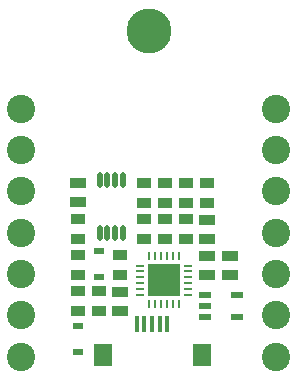
<source format=gts>
G04 Layer_Color=8388736*
%FSAX24Y24*%
%MOIN*%
G70*
G01*
G75*
%ADD10R,0.0531X0.0374*%
%ADD11R,0.0512X0.0335*%
%ADD12R,0.0327X0.0248*%
%ADD13R,0.0413X0.0236*%
%ADD14R,0.0630X0.0748*%
%ADD15R,0.0157X0.0531*%
%ADD16R,0.1055X0.1055*%
%ADD17O,0.0315X0.0079*%
%ADD18O,0.0079X0.0315*%
%ADD19O,0.0190X0.0531*%
%ADD26C,0.0945*%
%ADD28C,0.1500*%
D10*
X207500Y130935D02*
D03*
Y131565D02*
D03*
X202450Y133350D02*
D03*
Y133980D02*
D03*
X203850Y129735D02*
D03*
Y130365D02*
D03*
X206750Y130935D02*
D03*
Y131565D02*
D03*
Y132765D02*
D03*
Y132135D02*
D03*
D11*
X202450Y131585D02*
D03*
Y130915D02*
D03*
X203850Y130915D02*
D03*
Y131585D02*
D03*
X202450Y129715D02*
D03*
Y130385D02*
D03*
X206050Y132115D02*
D03*
Y132785D02*
D03*
X204650Y133985D02*
D03*
Y133315D02*
D03*
Y132115D02*
D03*
Y132785D02*
D03*
X205350Y132115D02*
D03*
Y132785D02*
D03*
Y133985D02*
D03*
Y133315D02*
D03*
X206050Y133985D02*
D03*
Y133315D02*
D03*
X206750Y133985D02*
D03*
Y133315D02*
D03*
X202450Y132785D02*
D03*
Y132115D02*
D03*
X203150Y129715D02*
D03*
Y130385D02*
D03*
D12*
Y131739D02*
D03*
Y130861D02*
D03*
X202450Y129239D02*
D03*
Y128361D02*
D03*
D13*
X206659Y130274D02*
D03*
Y129900D02*
D03*
Y129526D02*
D03*
X207741D02*
D03*
Y130274D02*
D03*
D14*
X206565Y128247D02*
D03*
X203258D02*
D03*
D15*
X205424Y129300D02*
D03*
X205168D02*
D03*
X204912D02*
D03*
X204656D02*
D03*
X204400D02*
D03*
D16*
X205300Y130750D02*
D03*
D17*
X204493Y130258D02*
D03*
Y130455D02*
D03*
Y130652D02*
D03*
Y130848D02*
D03*
Y131045D02*
D03*
Y131242D02*
D03*
X206107D02*
D03*
Y131045D02*
D03*
Y130848D02*
D03*
Y130652D02*
D03*
Y130455D02*
D03*
Y130258D02*
D03*
D18*
X204808Y131557D02*
D03*
X205005D02*
D03*
X205202D02*
D03*
X205398D02*
D03*
X205595D02*
D03*
X205792D02*
D03*
Y129943D02*
D03*
X205595D02*
D03*
X205398D02*
D03*
X205202D02*
D03*
X205005D02*
D03*
X204808D02*
D03*
D19*
X203934Y134076D02*
D03*
X203678D02*
D03*
X203422D02*
D03*
X203166D02*
D03*
X203934Y132324D02*
D03*
X203678D02*
D03*
X203422D02*
D03*
X203166D02*
D03*
D26*
X200550Y132334D02*
D03*
Y136468D02*
D03*
Y135090D02*
D03*
Y133712D02*
D03*
X209050Y133712D02*
D03*
Y135090D02*
D03*
Y130956D02*
D03*
Y128200D02*
D03*
Y136468D02*
D03*
Y132334D02*
D03*
X200550Y130956D02*
D03*
Y128200D02*
D03*
Y129578D02*
D03*
X209050Y129578D02*
D03*
D28*
X204800Y139050D02*
D03*
M02*

</source>
